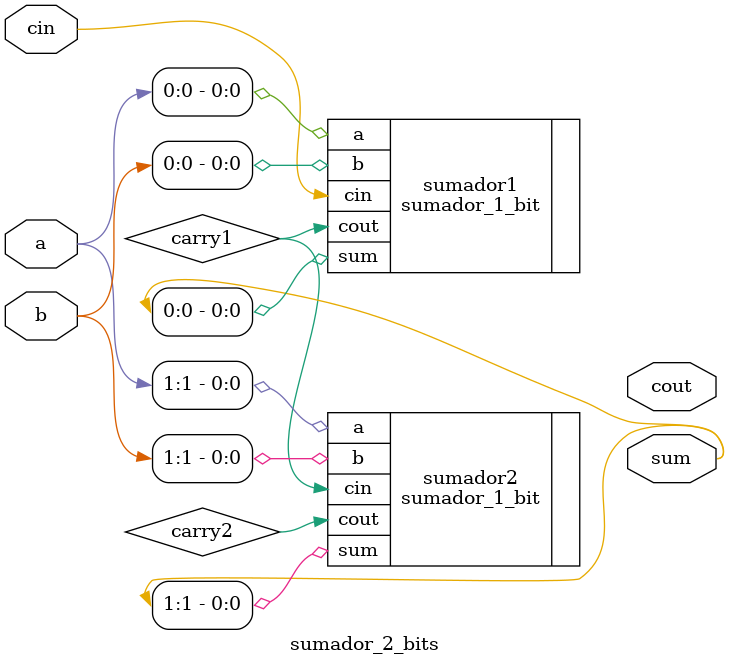
<source format=sv>
`timescale 1ns / 1ps


module sumador_2_bits(
    input logic [1:0] a,    //Entrada de 2 bits
    input logic [1:0] b,    //Entrada de 2 bits
    input logic cin,        //Carry de entrada
    output logic [1:0] sum, //Salida de 2 bits
    output logic cout       //Carry de salida
);

    logic carry1; //Carry intermedio para el primer bit
    logic carry2; //Carry intermedio para el segundo bit

    //Instancias de las celdas de sumador de un bit
    sumador_1_bit sumador1(
        .a(a[0]),
        .b(b[0]),
        .cin(cin),
        .sum(sum[0]),
        .cout(carry1)
    );

    sumador_1_bit sumador2(
        .a(a[1]),
        .b(b[1]),
        .cin(carry1),
        .sum(sum[1]),
        .cout(carry2)
    );

endmodule

</source>
